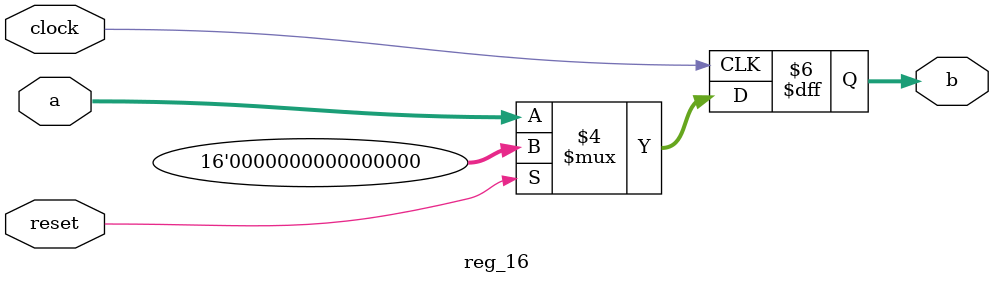
<source format=v>
module reg_16(clock, reset, a, b);
	input clock;
	input reset;
	input [15:0] a;
	output [15:0] b;
	
	wire clock;
	wire reset;
	wire [15:0] a;
	reg [15:0] b;
	
	always @(posedge clock)
		if (reset == 1'b1) begin
			b <= 15'b0;
		end else begin
			b <= a;
		end
endmodule

</source>
